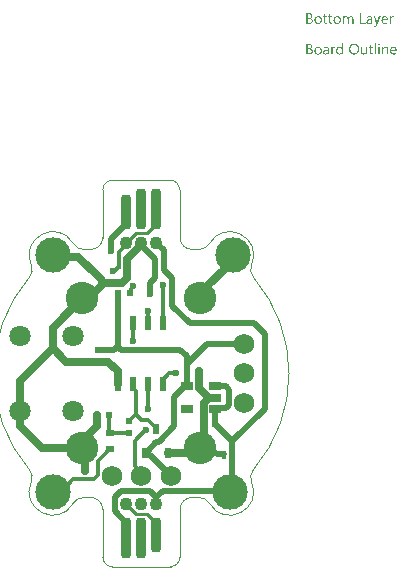
<source format=gbl>
G04*
G04 #@! TF.GenerationSoftware,Altium Limited,Altium Designer,21.9.2 (33)*
G04*
G04 Layer_Physical_Order=2*
G04 Layer_Color=16711680*
%FSAX25Y25*%
%MOIN*%
G70*
G04*
G04 #@! TF.SameCoordinates,068316DF-13B4-460B-9515-79FEAC0EB225*
G04*
G04*
G04 #@! TF.FilePolarity,Positive*
G04*
G01*
G75*
%ADD10C,0.00394*%
%ADD22C,0.02756*%
%ADD23C,0.01181*%
%ADD24C,0.01968*%
%ADD25C,0.06890*%
%ADD26C,0.10827*%
%ADD27C,0.07087*%
%ADD28C,0.11811*%
%ADD29C,0.02362*%
%ADD30R,0.02165X0.04921*%
G04:AMPARAMS|DCode=31|XSize=35.43mil|YSize=135.83mil|CornerRadius=13.82mil|HoleSize=0mil|Usage=FLASHONLY|Rotation=0.000|XOffset=0mil|YOffset=0mil|HoleType=Round|Shape=RoundedRectangle|*
%AMROUNDEDRECTD31*
21,1,0.03543,0.10819,0,0,0.0*
21,1,0.00780,0.13583,0,0,0.0*
1,1,0.02764,0.00390,-0.05409*
1,1,0.02764,-0.00390,-0.05409*
1,1,0.02764,-0.00390,0.05409*
1,1,0.02764,0.00390,0.05409*
%
%ADD31ROUNDEDRECTD31*%
G04:AMPARAMS|DCode=32|XSize=35.43mil|YSize=116.14mil|CornerRadius=13.82mil|HoleSize=0mil|Usage=FLASHONLY|Rotation=0.000|XOffset=0mil|YOffset=0mil|HoleType=Round|Shape=RoundedRectangle|*
%AMROUNDEDRECTD32*
21,1,0.03543,0.08850,0,0,0.0*
21,1,0.00780,0.11614,0,0,0.0*
1,1,0.02764,0.00390,-0.04425*
1,1,0.02764,-0.00390,-0.04425*
1,1,0.02764,-0.00390,0.04425*
1,1,0.02764,0.00390,0.04425*
%
%ADD32ROUNDEDRECTD32*%
%ADD33R,0.02362X0.03543*%
%ADD34R,0.02756X0.01575*%
%ADD35R,0.01575X0.02756*%
%ADD36R,0.03937X0.02756*%
%ADD37R,0.01968X0.02165*%
%ADD38R,0.01968X0.02165*%
%ADD39R,0.02165X0.01968*%
%ADD40R,0.03150X0.02362*%
%ADD41R,0.02165X0.01968*%
%ADD42C,0.00787*%
%ADD43C,0.00984*%
%ADD44C,0.04331*%
G36*
X0069956Y0119099D02*
X0070012Y0119087D01*
X0070074Y0119074D01*
X0070142Y0119050D01*
X0070222Y0119019D01*
X0070297Y0118975D01*
X0070377Y0118926D01*
X0070451Y0118858D01*
X0070519Y0118771D01*
X0070581Y0118672D01*
X0070637Y0118561D01*
X0070674Y0118418D01*
X0070705Y0118264D01*
X0070711Y0118084D01*
Y0116537D01*
X0070309D01*
Y0117979D01*
Y0117985D01*
Y0117998D01*
Y0118016D01*
Y0118047D01*
X0070303Y0118121D01*
X0070290Y0118208D01*
X0070278Y0118307D01*
X0070253Y0118406D01*
X0070222Y0118499D01*
X0070179Y0118579D01*
X0070173Y0118586D01*
X0070154Y0118610D01*
X0070123Y0118641D01*
X0070074Y0118672D01*
X0070018Y0118709D01*
X0069944Y0118734D01*
X0069851Y0118759D01*
X0069746Y0118765D01*
X0069733D01*
X0069702Y0118759D01*
X0069653Y0118753D01*
X0069591Y0118734D01*
X0069523Y0118709D01*
X0069449Y0118666D01*
X0069374Y0118610D01*
X0069306Y0118530D01*
X0069300Y0118517D01*
X0069281Y0118486D01*
X0069251Y0118437D01*
X0069220Y0118369D01*
X0069182Y0118288D01*
X0069158Y0118196D01*
X0069133Y0118084D01*
X0069127Y0117966D01*
Y0116537D01*
X0068724D01*
Y0118028D01*
Y0118035D01*
Y0118059D01*
X0068718Y0118096D01*
Y0118146D01*
X0068706Y0118202D01*
X0068693Y0118264D01*
X0068675Y0118325D01*
X0068656Y0118400D01*
X0068625Y0118468D01*
X0068588Y0118530D01*
X0068539Y0118592D01*
X0068483Y0118647D01*
X0068421Y0118697D01*
X0068341Y0118734D01*
X0068254Y0118759D01*
X0068155Y0118765D01*
X0068142D01*
X0068111Y0118759D01*
X0068062Y0118753D01*
X0068000Y0118740D01*
X0067932Y0118709D01*
X0067858Y0118672D01*
X0067783Y0118616D01*
X0067715Y0118542D01*
X0067709Y0118530D01*
X0067691Y0118505D01*
X0067660Y0118456D01*
X0067629Y0118387D01*
X0067598Y0118307D01*
X0067567Y0118208D01*
X0067548Y0118096D01*
X0067542Y0117966D01*
Y0116537D01*
X0067140D01*
Y0119050D01*
X0067542D01*
Y0118647D01*
X0067554D01*
X0067561Y0118654D01*
X0067567Y0118666D01*
X0067585Y0118691D01*
X0067604Y0118722D01*
X0067666Y0118790D01*
X0067752Y0118876D01*
X0067864Y0118963D01*
X0067994Y0119031D01*
X0068074Y0119062D01*
X0068155Y0119087D01*
X0068242Y0119099D01*
X0068334Y0119106D01*
X0068378D01*
X0068427Y0119099D01*
X0068489Y0119087D01*
X0068557Y0119068D01*
X0068632Y0119044D01*
X0068706Y0119013D01*
X0068780Y0118963D01*
X0068786Y0118957D01*
X0068811Y0118938D01*
X0068842Y0118907D01*
X0068885Y0118864D01*
X0068929Y0118808D01*
X0068972Y0118746D01*
X0069015Y0118672D01*
X0069046Y0118586D01*
X0069052Y0118592D01*
X0069059Y0118610D01*
X0069077Y0118635D01*
X0069096Y0118666D01*
X0069127Y0118709D01*
X0069164Y0118753D01*
X0069207Y0118796D01*
X0069257Y0118845D01*
X0069312Y0118895D01*
X0069374Y0118938D01*
X0069442Y0118988D01*
X0069517Y0119025D01*
X0069597Y0119056D01*
X0069684Y0119081D01*
X0069783Y0119099D01*
X0069882Y0119106D01*
X0069919D01*
X0069956Y0119099D01*
D02*
G37*
G36*
X0083989Y0119087D02*
X0084063Y0119081D01*
X0084106Y0119068D01*
X0084137Y0119056D01*
Y0118641D01*
X0084131Y0118647D01*
X0084119Y0118654D01*
X0084094Y0118666D01*
X0084063Y0118685D01*
X0084020Y0118697D01*
X0083964Y0118709D01*
X0083902Y0118716D01*
X0083834Y0118722D01*
X0083822D01*
X0083791Y0118716D01*
X0083741Y0118709D01*
X0083686Y0118691D01*
X0083611Y0118660D01*
X0083543Y0118616D01*
X0083469Y0118555D01*
X0083401Y0118474D01*
X0083395Y0118462D01*
X0083376Y0118431D01*
X0083345Y0118375D01*
X0083314Y0118301D01*
X0083283Y0118208D01*
X0083252Y0118090D01*
X0083234Y0117960D01*
X0083227Y0117812D01*
Y0116537D01*
X0082825D01*
Y0119050D01*
X0083227D01*
Y0118530D01*
X0083240D01*
Y0118536D01*
X0083246Y0118542D01*
X0083258Y0118573D01*
X0083277Y0118623D01*
X0083308Y0118685D01*
X0083339Y0118746D01*
X0083389Y0118815D01*
X0083438Y0118883D01*
X0083500Y0118945D01*
X0083506Y0118951D01*
X0083531Y0118969D01*
X0083568Y0118994D01*
X0083618Y0119019D01*
X0083673Y0119044D01*
X0083741Y0119068D01*
X0083816Y0119087D01*
X0083896Y0119093D01*
X0083952D01*
X0083989Y0119087D01*
D02*
G37*
G36*
X0078610Y0116134D02*
X0078604Y0116128D01*
X0078597Y0116103D01*
X0078579Y0116060D01*
X0078554Y0116010D01*
X0078523Y0115955D01*
X0078480Y0115887D01*
X0078436Y0115819D01*
X0078387Y0115744D01*
X0078325Y0115670D01*
X0078263Y0115602D01*
X0078189Y0115534D01*
X0078108Y0115478D01*
X0078028Y0115429D01*
X0077935Y0115385D01*
X0077842Y0115360D01*
X0077737Y0115354D01*
X0077681D01*
X0077644Y0115360D01*
X0077564Y0115373D01*
X0077477Y0115392D01*
Y0115751D01*
X0077483D01*
X0077502Y0115744D01*
X0077526Y0115738D01*
X0077557Y0115732D01*
X0077632Y0115713D01*
X0077712Y0115707D01*
X0077725D01*
X0077762Y0115713D01*
X0077817Y0115726D01*
X0077886Y0115751D01*
X0077960Y0115794D01*
X0077997Y0115825D01*
X0078034Y0115862D01*
X0078071Y0115899D01*
X0078108Y0115949D01*
X0078139Y0116004D01*
X0078170Y0116066D01*
X0078375Y0116537D01*
X0077390Y0119050D01*
X0077836D01*
X0078517Y0117112D01*
Y0117106D01*
X0078523Y0117094D01*
X0078529Y0117075D01*
X0078535Y0117050D01*
X0078542Y0117013D01*
X0078554Y0116976D01*
X0078566Y0116920D01*
X0078585D01*
Y0116933D01*
X0078597Y0116970D01*
X0078610Y0117026D01*
X0078635Y0117106D01*
X0079346Y0119050D01*
X0079761D01*
X0078610Y0116134D01*
D02*
G37*
G36*
X0076202Y0119099D02*
X0076258Y0119093D01*
X0076326Y0119074D01*
X0076400Y0119056D01*
X0076480Y0119025D01*
X0076567Y0118988D01*
X0076648Y0118938D01*
X0076728Y0118876D01*
X0076802Y0118802D01*
X0076870Y0118709D01*
X0076926Y0118604D01*
X0076969Y0118480D01*
X0076994Y0118338D01*
X0077007Y0118171D01*
Y0116537D01*
X0076604D01*
Y0116927D01*
X0076592D01*
Y0116920D01*
X0076579Y0116908D01*
X0076567Y0116883D01*
X0076542Y0116858D01*
X0076480Y0116784D01*
X0076400Y0116704D01*
X0076288Y0116623D01*
X0076158Y0116549D01*
X0076078Y0116524D01*
X0075998Y0116499D01*
X0075911Y0116487D01*
X0075818Y0116481D01*
X0075781D01*
X0075756Y0116487D01*
X0075688Y0116493D01*
X0075608Y0116506D01*
X0075509Y0116530D01*
X0075416Y0116561D01*
X0075317Y0116611D01*
X0075230Y0116673D01*
X0075224Y0116685D01*
X0075199Y0116710D01*
X0075162Y0116753D01*
X0075125Y0116815D01*
X0075088Y0116890D01*
X0075050Y0116976D01*
X0075026Y0117081D01*
X0075020Y0117199D01*
Y0117205D01*
Y0117230D01*
X0075026Y0117267D01*
X0075032Y0117310D01*
X0075044Y0117366D01*
X0075063Y0117428D01*
X0075088Y0117496D01*
X0075125Y0117564D01*
X0075168Y0117638D01*
X0075224Y0117713D01*
X0075292Y0117781D01*
X0075372Y0117843D01*
X0075465Y0117905D01*
X0075577Y0117954D01*
X0075700Y0117991D01*
X0075849Y0118022D01*
X0076604Y0118128D01*
Y0118134D01*
Y0118152D01*
X0076598Y0118189D01*
Y0118227D01*
X0076586Y0118276D01*
X0076579Y0118332D01*
X0076542Y0118449D01*
X0076511Y0118505D01*
X0076480Y0118561D01*
X0076437Y0118616D01*
X0076388Y0118666D01*
X0076326Y0118709D01*
X0076258Y0118740D01*
X0076177Y0118759D01*
X0076084Y0118765D01*
X0076041D01*
X0076010Y0118759D01*
X0075967D01*
X0075923Y0118746D01*
X0075812Y0118728D01*
X0075688Y0118691D01*
X0075552Y0118635D01*
X0075478Y0118598D01*
X0075410Y0118561D01*
X0075335Y0118511D01*
X0075267Y0118456D01*
Y0118870D01*
X0075273D01*
X0075286Y0118883D01*
X0075304Y0118895D01*
X0075335Y0118907D01*
X0075366Y0118926D01*
X0075410Y0118945D01*
X0075459Y0118963D01*
X0075515Y0118988D01*
X0075639Y0119031D01*
X0075787Y0119068D01*
X0075948Y0119093D01*
X0076121Y0119106D01*
X0076158D01*
X0076202Y0119099D01*
D02*
G37*
G36*
X0073311Y0116908D02*
X0074722D01*
Y0116537D01*
X0072896D01*
Y0120053D01*
X0073311D01*
Y0116908D01*
D02*
G37*
G36*
X0056097Y0120046D02*
X0056140D01*
X0056183Y0120040D01*
X0056282Y0120028D01*
X0056400Y0119997D01*
X0056524Y0119960D01*
X0056642Y0119904D01*
X0056747Y0119830D01*
X0056753D01*
X0056759Y0119817D01*
X0056790Y0119793D01*
X0056833Y0119743D01*
X0056883Y0119675D01*
X0056926Y0119588D01*
X0056969Y0119489D01*
X0057000Y0119378D01*
X0057013Y0119316D01*
Y0119248D01*
Y0119242D01*
Y0119236D01*
Y0119198D01*
X0057007Y0119143D01*
X0056994Y0119074D01*
X0056976Y0118988D01*
X0056945Y0118901D01*
X0056908Y0118815D01*
X0056852Y0118728D01*
X0056846Y0118716D01*
X0056821Y0118691D01*
X0056784Y0118654D01*
X0056734Y0118604D01*
X0056672Y0118555D01*
X0056598Y0118499D01*
X0056505Y0118456D01*
X0056406Y0118412D01*
Y0118406D01*
X0056425D01*
X0056443Y0118400D01*
X0056462Y0118394D01*
X0056530Y0118381D01*
X0056611Y0118357D01*
X0056697Y0118319D01*
X0056790Y0118276D01*
X0056883Y0118214D01*
X0056969Y0118134D01*
X0056982Y0118121D01*
X0057007Y0118090D01*
X0057038Y0118047D01*
X0057081Y0117979D01*
X0057118Y0117892D01*
X0057155Y0117793D01*
X0057180Y0117676D01*
X0057186Y0117546D01*
Y0117539D01*
Y0117527D01*
Y0117502D01*
X0057180Y0117471D01*
X0057174Y0117434D01*
X0057168Y0117391D01*
X0057143Y0117286D01*
X0057106Y0117168D01*
X0057050Y0117044D01*
X0057013Y0116989D01*
X0056969Y0116927D01*
X0056914Y0116871D01*
X0056858Y0116815D01*
X0056852D01*
X0056846Y0116803D01*
X0056827Y0116790D01*
X0056802Y0116772D01*
X0056771Y0116753D01*
X0056728Y0116728D01*
X0056635Y0116679D01*
X0056518Y0116623D01*
X0056381Y0116580D01*
X0056221Y0116549D01*
X0056140Y0116543D01*
X0056047Y0116537D01*
X0055020D01*
Y0120053D01*
X0056066D01*
X0056097Y0120046D01*
D02*
G37*
G36*
X0063023Y0119050D02*
X0063661D01*
Y0118703D01*
X0063023D01*
Y0117286D01*
Y0117273D01*
Y0117242D01*
X0063029Y0117199D01*
X0063036Y0117143D01*
X0063060Y0117026D01*
X0063079Y0116970D01*
X0063110Y0116927D01*
X0063116Y0116920D01*
X0063129Y0116908D01*
X0063147Y0116896D01*
X0063178Y0116877D01*
X0063215Y0116852D01*
X0063265Y0116840D01*
X0063327Y0116828D01*
X0063395Y0116821D01*
X0063420D01*
X0063450Y0116828D01*
X0063488Y0116834D01*
X0063574Y0116858D01*
X0063618Y0116877D01*
X0063661Y0116902D01*
Y0116555D01*
X0063655D01*
X0063636Y0116543D01*
X0063605Y0116537D01*
X0063562Y0116524D01*
X0063506Y0116512D01*
X0063444Y0116499D01*
X0063370Y0116493D01*
X0063283Y0116487D01*
X0063252D01*
X0063221Y0116493D01*
X0063178Y0116499D01*
X0063129Y0116512D01*
X0063073Y0116524D01*
X0063017Y0116549D01*
X0062955Y0116580D01*
X0062893Y0116617D01*
X0062831Y0116667D01*
X0062776Y0116722D01*
X0062726Y0116797D01*
X0062683Y0116877D01*
X0062652Y0116976D01*
X0062627Y0117087D01*
X0062621Y0117218D01*
Y0118703D01*
X0062194D01*
Y0119050D01*
X0062621D01*
Y0119663D01*
X0063023Y0119793D01*
Y0119050D01*
D02*
G37*
G36*
X0061321D02*
X0061959D01*
Y0118703D01*
X0061321D01*
Y0117286D01*
Y0117273D01*
Y0117242D01*
X0061327Y0117199D01*
X0061334Y0117143D01*
X0061358Y0117026D01*
X0061377Y0116970D01*
X0061408Y0116927D01*
X0061414Y0116920D01*
X0061426Y0116908D01*
X0061445Y0116896D01*
X0061476Y0116877D01*
X0061513Y0116852D01*
X0061563Y0116840D01*
X0061624Y0116828D01*
X0061693Y0116821D01*
X0061717D01*
X0061748Y0116828D01*
X0061785Y0116834D01*
X0061872Y0116858D01*
X0061915Y0116877D01*
X0061959Y0116902D01*
Y0116555D01*
X0061953D01*
X0061934Y0116543D01*
X0061903Y0116537D01*
X0061860Y0116524D01*
X0061804Y0116512D01*
X0061742Y0116499D01*
X0061668Y0116493D01*
X0061581Y0116487D01*
X0061550D01*
X0061519Y0116493D01*
X0061476Y0116499D01*
X0061426Y0116512D01*
X0061371Y0116524D01*
X0061315Y0116549D01*
X0061253Y0116580D01*
X0061191Y0116617D01*
X0061129Y0116667D01*
X0061073Y0116722D01*
X0061024Y0116797D01*
X0060981Y0116877D01*
X0060950Y0116976D01*
X0060925Y0117087D01*
X0060919Y0117218D01*
Y0118703D01*
X0060492D01*
Y0119050D01*
X0060919D01*
Y0119663D01*
X0061321Y0119793D01*
Y0119050D01*
D02*
G37*
G36*
X0081265Y0119099D02*
X0081309Y0119093D01*
X0081352Y0119087D01*
X0081463Y0119068D01*
X0081587Y0119025D01*
X0081711Y0118969D01*
X0081773Y0118932D01*
X0081835Y0118889D01*
X0081890Y0118839D01*
X0081946Y0118784D01*
X0081952Y0118777D01*
X0081959Y0118771D01*
X0081971Y0118753D01*
X0081990Y0118728D01*
X0082008Y0118691D01*
X0082033Y0118654D01*
X0082058Y0118610D01*
X0082082Y0118555D01*
X0082107Y0118493D01*
X0082132Y0118431D01*
X0082157Y0118357D01*
X0082175Y0118276D01*
X0082194Y0118189D01*
X0082206Y0118103D01*
X0082219Y0118004D01*
Y0117898D01*
Y0117688D01*
X0080442D01*
Y0117682D01*
Y0117669D01*
Y0117651D01*
X0080448Y0117620D01*
X0080454Y0117583D01*
Y0117546D01*
X0080473Y0117447D01*
X0080504Y0117348D01*
X0080541Y0117236D01*
X0080597Y0117131D01*
X0080665Y0117038D01*
X0080677Y0117026D01*
X0080702Y0117001D01*
X0080752Y0116970D01*
X0080820Y0116927D01*
X0080906Y0116883D01*
X0081005Y0116852D01*
X0081123Y0116828D01*
X0081259Y0116815D01*
X0081302D01*
X0081333Y0116821D01*
X0081371D01*
X0081414Y0116828D01*
X0081519Y0116852D01*
X0081637Y0116883D01*
X0081767Y0116933D01*
X0081903Y0117001D01*
X0081971Y0117044D01*
X0082039Y0117094D01*
Y0116716D01*
X0082033D01*
X0082027Y0116704D01*
X0082008Y0116698D01*
X0081977Y0116679D01*
X0081946Y0116660D01*
X0081909Y0116642D01*
X0081859Y0116623D01*
X0081810Y0116598D01*
X0081748Y0116574D01*
X0081680Y0116555D01*
X0081532Y0116518D01*
X0081358Y0116493D01*
X0081166Y0116481D01*
X0081117D01*
X0081080Y0116487D01*
X0081036Y0116493D01*
X0080981Y0116499D01*
X0080863Y0116524D01*
X0080727Y0116561D01*
X0080591Y0116623D01*
X0080523Y0116667D01*
X0080454Y0116710D01*
X0080392Y0116760D01*
X0080331Y0116821D01*
X0080324Y0116828D01*
X0080318Y0116840D01*
X0080306Y0116858D01*
X0080281Y0116883D01*
X0080263Y0116920D01*
X0080238Y0116964D01*
X0080207Y0117013D01*
X0080182Y0117069D01*
X0080151Y0117131D01*
X0080126Y0117205D01*
X0080095Y0117286D01*
X0080077Y0117372D01*
X0080058Y0117465D01*
X0080040Y0117564D01*
X0080033Y0117669D01*
X0080027Y0117781D01*
Y0117787D01*
Y0117806D01*
Y0117836D01*
X0080033Y0117880D01*
X0080040Y0117929D01*
X0080046Y0117985D01*
X0080052Y0118053D01*
X0080071Y0118121D01*
X0080108Y0118270D01*
X0080164Y0118431D01*
X0080201Y0118511D01*
X0080250Y0118586D01*
X0080300Y0118666D01*
X0080355Y0118734D01*
X0080361Y0118740D01*
X0080374Y0118753D01*
X0080392Y0118771D01*
X0080417Y0118790D01*
X0080448Y0118821D01*
X0080485Y0118852D01*
X0080535Y0118883D01*
X0080584Y0118920D01*
X0080702Y0118988D01*
X0080844Y0119050D01*
X0080925Y0119068D01*
X0081005Y0119087D01*
X0081092Y0119099D01*
X0081185Y0119106D01*
X0081234D01*
X0081265Y0119099D01*
D02*
G37*
G36*
X0065400D02*
X0065444Y0119093D01*
X0065499Y0119087D01*
X0065623Y0119062D01*
X0065766Y0119019D01*
X0065908Y0118957D01*
X0065982Y0118920D01*
X0066050Y0118876D01*
X0066118Y0118821D01*
X0066180Y0118759D01*
X0066186Y0118753D01*
X0066193Y0118740D01*
X0066211Y0118722D01*
X0066230Y0118697D01*
X0066255Y0118660D01*
X0066279Y0118616D01*
X0066310Y0118567D01*
X0066341Y0118511D01*
X0066366Y0118443D01*
X0066397Y0118375D01*
X0066422Y0118295D01*
X0066446Y0118208D01*
X0066465Y0118115D01*
X0066484Y0118016D01*
X0066490Y0117911D01*
X0066496Y0117799D01*
Y0117793D01*
Y0117775D01*
Y0117744D01*
X0066490Y0117700D01*
X0066484Y0117651D01*
X0066477Y0117589D01*
X0066465Y0117527D01*
X0066453Y0117453D01*
X0066416Y0117304D01*
X0066354Y0117143D01*
X0066316Y0117063D01*
X0066267Y0116982D01*
X0066217Y0116908D01*
X0066155Y0116840D01*
X0066149Y0116834D01*
X0066137Y0116828D01*
X0066118Y0116809D01*
X0066094Y0116784D01*
X0066057Y0116760D01*
X0066019Y0116728D01*
X0065970Y0116691D01*
X0065914Y0116660D01*
X0065852Y0116630D01*
X0065784Y0116592D01*
X0065710Y0116561D01*
X0065629Y0116537D01*
X0065543Y0116512D01*
X0065450Y0116499D01*
X0065351Y0116487D01*
X0065246Y0116481D01*
X0065190D01*
X0065153Y0116487D01*
X0065109Y0116493D01*
X0065054Y0116499D01*
X0064992Y0116512D01*
X0064924Y0116524D01*
X0064781Y0116568D01*
X0064633Y0116630D01*
X0064559Y0116667D01*
X0064490Y0116716D01*
X0064422Y0116766D01*
X0064354Y0116828D01*
X0064348Y0116834D01*
X0064342Y0116846D01*
X0064323Y0116865D01*
X0064305Y0116890D01*
X0064280Y0116927D01*
X0064249Y0116970D01*
X0064218Y0117019D01*
X0064193Y0117075D01*
X0064162Y0117143D01*
X0064131Y0117211D01*
X0064100Y0117286D01*
X0064076Y0117372D01*
X0064038Y0117558D01*
X0064032Y0117657D01*
X0064026Y0117762D01*
Y0117768D01*
Y0117793D01*
Y0117824D01*
X0064032Y0117868D01*
X0064038Y0117917D01*
X0064045Y0117979D01*
X0064057Y0118047D01*
X0064069Y0118121D01*
X0064107Y0118282D01*
X0064169Y0118443D01*
X0064212Y0118524D01*
X0064255Y0118604D01*
X0064305Y0118678D01*
X0064367Y0118746D01*
X0064373Y0118753D01*
X0064385Y0118765D01*
X0064404Y0118777D01*
X0064429Y0118802D01*
X0064466Y0118827D01*
X0064509Y0118858D01*
X0064559Y0118895D01*
X0064614Y0118926D01*
X0064676Y0118957D01*
X0064750Y0118994D01*
X0064825Y0119025D01*
X0064911Y0119050D01*
X0064998Y0119074D01*
X0065097Y0119093D01*
X0065202Y0119099D01*
X0065307Y0119106D01*
X0065363D01*
X0065400Y0119099D01*
D02*
G37*
G36*
X0059049D02*
X0059093Y0119093D01*
X0059148Y0119087D01*
X0059272Y0119062D01*
X0059415Y0119019D01*
X0059557Y0118957D01*
X0059631Y0118920D01*
X0059699Y0118876D01*
X0059767Y0118821D01*
X0059829Y0118759D01*
X0059835Y0118753D01*
X0059842Y0118740D01*
X0059860Y0118722D01*
X0059879Y0118697D01*
X0059904Y0118660D01*
X0059928Y0118616D01*
X0059959Y0118567D01*
X0059990Y0118511D01*
X0060015Y0118443D01*
X0060046Y0118375D01*
X0060071Y0118295D01*
X0060096Y0118208D01*
X0060114Y0118115D01*
X0060133Y0118016D01*
X0060139Y0117911D01*
X0060145Y0117799D01*
Y0117793D01*
Y0117775D01*
Y0117744D01*
X0060139Y0117700D01*
X0060133Y0117651D01*
X0060126Y0117589D01*
X0060114Y0117527D01*
X0060102Y0117453D01*
X0060065Y0117304D01*
X0060003Y0117143D01*
X0059965Y0117063D01*
X0059916Y0116982D01*
X0059866Y0116908D01*
X0059805Y0116840D01*
X0059798Y0116834D01*
X0059786Y0116828D01*
X0059767Y0116809D01*
X0059743Y0116784D01*
X0059706Y0116760D01*
X0059668Y0116728D01*
X0059619Y0116691D01*
X0059563Y0116660D01*
X0059501Y0116630D01*
X0059433Y0116592D01*
X0059359Y0116561D01*
X0059278Y0116537D01*
X0059192Y0116512D01*
X0059099Y0116499D01*
X0059000Y0116487D01*
X0058895Y0116481D01*
X0058839D01*
X0058802Y0116487D01*
X0058758Y0116493D01*
X0058703Y0116499D01*
X0058641Y0116512D01*
X0058573Y0116524D01*
X0058430Y0116568D01*
X0058282Y0116630D01*
X0058207Y0116667D01*
X0058139Y0116716D01*
X0058071Y0116766D01*
X0058003Y0116828D01*
X0057997Y0116834D01*
X0057991Y0116846D01*
X0057972Y0116865D01*
X0057954Y0116890D01*
X0057929Y0116927D01*
X0057898Y0116970D01*
X0057867Y0117019D01*
X0057842Y0117075D01*
X0057811Y0117143D01*
X0057780Y0117211D01*
X0057749Y0117286D01*
X0057725Y0117372D01*
X0057688Y0117558D01*
X0057681Y0117657D01*
X0057675Y0117762D01*
Y0117768D01*
Y0117793D01*
Y0117824D01*
X0057681Y0117868D01*
X0057688Y0117917D01*
X0057694Y0117979D01*
X0057706Y0118047D01*
X0057718Y0118121D01*
X0057756Y0118282D01*
X0057818Y0118443D01*
X0057861Y0118524D01*
X0057904Y0118604D01*
X0057954Y0118678D01*
X0058016Y0118746D01*
X0058022Y0118753D01*
X0058034Y0118765D01*
X0058053Y0118777D01*
X0058078Y0118802D01*
X0058115Y0118827D01*
X0058158Y0118858D01*
X0058207Y0118895D01*
X0058263Y0118926D01*
X0058325Y0118957D01*
X0058399Y0118994D01*
X0058474Y0119025D01*
X0058560Y0119050D01*
X0058647Y0119074D01*
X0058746Y0119093D01*
X0058851Y0119099D01*
X0058956Y0119106D01*
X0059012D01*
X0059049Y0119099D01*
D02*
G37*
G36*
X0079229Y0110019D02*
X0079254D01*
X0079309Y0109995D01*
X0079340Y0109976D01*
X0079371Y0109951D01*
X0079377Y0109945D01*
X0079383Y0109939D01*
X0079414Y0109902D01*
X0079439Y0109840D01*
X0079445Y0109803D01*
X0079452Y0109766D01*
Y0109759D01*
Y0109747D01*
X0079445Y0109729D01*
X0079439Y0109704D01*
X0079421Y0109642D01*
X0079396Y0109611D01*
X0079371Y0109580D01*
X0079365D01*
X0079359Y0109567D01*
X0079322Y0109543D01*
X0079266Y0109518D01*
X0079229Y0109512D01*
X0079192Y0109506D01*
X0079173D01*
X0079154Y0109512D01*
X0079130D01*
X0079068Y0109537D01*
X0079037Y0109549D01*
X0079006Y0109574D01*
Y0109580D01*
X0078994Y0109586D01*
X0078981Y0109605D01*
X0078969Y0109623D01*
X0078944Y0109685D01*
X0078938Y0109722D01*
X0078932Y0109766D01*
Y0109772D01*
Y0109784D01*
X0078938Y0109803D01*
X0078944Y0109834D01*
X0078963Y0109889D01*
X0078981Y0109920D01*
X0079006Y0109951D01*
X0079012Y0109958D01*
X0079018Y0109964D01*
X0079056Y0109988D01*
X0079117Y0110013D01*
X0079154Y0110026D01*
X0079210D01*
X0079229Y0110019D01*
D02*
G37*
G36*
X0067239Y0106355D02*
X0066836D01*
Y0106776D01*
X0066824D01*
Y0106770D01*
X0066812Y0106757D01*
X0066793Y0106732D01*
X0066774Y0106702D01*
X0066744Y0106664D01*
X0066706Y0106627D01*
X0066663Y0106584D01*
X0066614Y0106541D01*
X0066558Y0106491D01*
X0066490Y0106448D01*
X0066422Y0106411D01*
X0066341Y0106374D01*
X0066261Y0106343D01*
X0066168Y0106318D01*
X0066069Y0106305D01*
X0065964Y0106299D01*
X0065920D01*
X0065883Y0106305D01*
X0065846Y0106312D01*
X0065797Y0106318D01*
X0065691Y0106343D01*
X0065567Y0106380D01*
X0065444Y0106442D01*
X0065376Y0106479D01*
X0065320Y0106522D01*
X0065258Y0106578D01*
X0065202Y0106633D01*
Y0106640D01*
X0065190Y0106652D01*
X0065178Y0106671D01*
X0065159Y0106695D01*
X0065140Y0106726D01*
X0065116Y0106770D01*
X0065091Y0106819D01*
X0065066Y0106875D01*
X0065035Y0106937D01*
X0065010Y0107005D01*
X0064986Y0107079D01*
X0064967Y0107160D01*
X0064948Y0107246D01*
X0064936Y0107345D01*
X0064930Y0107444D01*
X0064924Y0107550D01*
Y0107556D01*
Y0107574D01*
Y0107612D01*
X0064930Y0107655D01*
X0064936Y0107704D01*
X0064942Y0107766D01*
X0064948Y0107834D01*
X0064961Y0107909D01*
X0064998Y0108070D01*
X0065054Y0108237D01*
X0065091Y0108317D01*
X0065134Y0108398D01*
X0065178Y0108472D01*
X0065233Y0108546D01*
X0065239Y0108552D01*
X0065246Y0108565D01*
X0065264Y0108583D01*
X0065289Y0108608D01*
X0065320Y0108633D01*
X0065363Y0108664D01*
X0065407Y0108701D01*
X0065456Y0108738D01*
X0065580Y0108806D01*
X0065722Y0108868D01*
X0065803Y0108887D01*
X0065889Y0108905D01*
X0065976Y0108918D01*
X0066075Y0108924D01*
X0066124D01*
X0066162Y0108918D01*
X0066199Y0108911D01*
X0066248Y0108905D01*
X0066360Y0108874D01*
X0066484Y0108825D01*
X0066545Y0108794D01*
X0066607Y0108750D01*
X0066669Y0108707D01*
X0066725Y0108651D01*
X0066774Y0108589D01*
X0066824Y0108515D01*
X0066836D01*
Y0110075D01*
X0067239D01*
Y0106355D01*
D02*
G37*
G36*
X0081507Y0108918D02*
X0081581Y0108911D01*
X0081674Y0108893D01*
X0081773Y0108862D01*
X0081878Y0108812D01*
X0081983Y0108744D01*
X0082027Y0108707D01*
X0082070Y0108658D01*
X0082082Y0108645D01*
X0082107Y0108608D01*
X0082138Y0108546D01*
X0082181Y0108459D01*
X0082219Y0108354D01*
X0082256Y0108224D01*
X0082280Y0108070D01*
X0082287Y0107890D01*
Y0106355D01*
X0081884D01*
Y0107785D01*
Y0107791D01*
Y0107822D01*
X0081878Y0107859D01*
Y0107909D01*
X0081866Y0107970D01*
X0081853Y0108039D01*
X0081835Y0108113D01*
X0081810Y0108187D01*
X0081779Y0108261D01*
X0081742Y0108329D01*
X0081692Y0108398D01*
X0081637Y0108459D01*
X0081575Y0108509D01*
X0081494Y0108546D01*
X0081408Y0108577D01*
X0081302Y0108583D01*
X0081290D01*
X0081253Y0108577D01*
X0081197Y0108571D01*
X0081129Y0108552D01*
X0081049Y0108528D01*
X0080962Y0108484D01*
X0080882Y0108429D01*
X0080801Y0108354D01*
X0080795Y0108342D01*
X0080770Y0108317D01*
X0080739Y0108268D01*
X0080702Y0108200D01*
X0080665Y0108119D01*
X0080634Y0108020D01*
X0080609Y0107909D01*
X0080603Y0107785D01*
Y0106355D01*
X0080201D01*
Y0108868D01*
X0080603D01*
Y0108447D01*
X0080615D01*
X0080621Y0108453D01*
X0080628Y0108466D01*
X0080646Y0108491D01*
X0080671Y0108521D01*
X0080696Y0108559D01*
X0080733Y0108596D01*
X0080776Y0108639D01*
X0080826Y0108689D01*
X0080882Y0108732D01*
X0080943Y0108775D01*
X0081011Y0108812D01*
X0081086Y0108850D01*
X0081160Y0108880D01*
X0081247Y0108905D01*
X0081340Y0108918D01*
X0081439Y0108924D01*
X0081476D01*
X0081507Y0108918D01*
D02*
G37*
G36*
X0064509Y0108905D02*
X0064583Y0108899D01*
X0064627Y0108887D01*
X0064657Y0108874D01*
Y0108459D01*
X0064651Y0108466D01*
X0064639Y0108472D01*
X0064614Y0108484D01*
X0064583Y0108503D01*
X0064540Y0108515D01*
X0064484Y0108528D01*
X0064422Y0108534D01*
X0064354Y0108540D01*
X0064342D01*
X0064311Y0108534D01*
X0064261Y0108528D01*
X0064206Y0108509D01*
X0064131Y0108478D01*
X0064063Y0108435D01*
X0063989Y0108373D01*
X0063921Y0108292D01*
X0063915Y0108280D01*
X0063896Y0108249D01*
X0063865Y0108193D01*
X0063834Y0108119D01*
X0063803Y0108026D01*
X0063772Y0107909D01*
X0063754Y0107779D01*
X0063748Y0107630D01*
Y0106355D01*
X0063345D01*
Y0108868D01*
X0063748D01*
Y0108348D01*
X0063760D01*
Y0108354D01*
X0063766Y0108361D01*
X0063779Y0108391D01*
X0063797Y0108441D01*
X0063828Y0108503D01*
X0063859Y0108565D01*
X0063908Y0108633D01*
X0063958Y0108701D01*
X0064020Y0108763D01*
X0064026Y0108769D01*
X0064051Y0108788D01*
X0064088Y0108812D01*
X0064138Y0108837D01*
X0064193Y0108862D01*
X0064261Y0108887D01*
X0064336Y0108905D01*
X0064416Y0108911D01*
X0064472D01*
X0064509Y0108905D01*
D02*
G37*
G36*
X0075249Y0106355D02*
X0074846D01*
Y0106751D01*
X0074834D01*
Y0106745D01*
X0074822Y0106732D01*
X0074809Y0106708D01*
X0074784Y0106683D01*
X0074729Y0106609D01*
X0074642Y0106528D01*
X0074593Y0106485D01*
X0074537Y0106442D01*
X0074475Y0106404D01*
X0074401Y0106367D01*
X0074326Y0106343D01*
X0074246Y0106318D01*
X0074153Y0106305D01*
X0074060Y0106299D01*
X0074023D01*
X0073980Y0106305D01*
X0073918Y0106318D01*
X0073850Y0106330D01*
X0073775Y0106355D01*
X0073695Y0106386D01*
X0073614Y0106435D01*
X0073528Y0106491D01*
X0073447Y0106559D01*
X0073373Y0106646D01*
X0073305Y0106751D01*
X0073243Y0106869D01*
X0073200Y0107011D01*
X0073175Y0107178D01*
X0073163Y0107265D01*
Y0107364D01*
Y0108868D01*
X0073559D01*
Y0107426D01*
Y0107420D01*
Y0107395D01*
X0073565Y0107352D01*
X0073571Y0107302D01*
X0073577Y0107240D01*
X0073590Y0107178D01*
X0073608Y0107104D01*
X0073633Y0107030D01*
X0073670Y0106955D01*
X0073707Y0106887D01*
X0073757Y0106819D01*
X0073819Y0106757D01*
X0073887Y0106708D01*
X0073967Y0106671D01*
X0074066Y0106640D01*
X0074172Y0106633D01*
X0074184D01*
X0074221Y0106640D01*
X0074277Y0106646D01*
X0074339Y0106658D01*
X0074419Y0106689D01*
X0074500Y0106726D01*
X0074580Y0106776D01*
X0074654Y0106850D01*
X0074661Y0106862D01*
X0074685Y0106887D01*
X0074716Y0106937D01*
X0074753Y0107005D01*
X0074784Y0107085D01*
X0074815Y0107184D01*
X0074840Y0107296D01*
X0074846Y0107420D01*
Y0108868D01*
X0075249D01*
Y0106355D01*
D02*
G37*
G36*
X0079383D02*
X0078981D01*
Y0108868D01*
X0079383D01*
Y0106355D01*
D02*
G37*
G36*
X0078164D02*
X0077762D01*
Y0110075D01*
X0078164D01*
Y0106355D01*
D02*
G37*
G36*
X0061785Y0108918D02*
X0061841Y0108911D01*
X0061909Y0108893D01*
X0061983Y0108874D01*
X0062064Y0108843D01*
X0062151Y0108806D01*
X0062231Y0108757D01*
X0062312Y0108695D01*
X0062386Y0108621D01*
X0062454Y0108528D01*
X0062510Y0108422D01*
X0062553Y0108299D01*
X0062578Y0108156D01*
X0062590Y0107989D01*
Y0106355D01*
X0062188D01*
Y0106745D01*
X0062175D01*
Y0106739D01*
X0062163Y0106726D01*
X0062151Y0106702D01*
X0062126Y0106677D01*
X0062064Y0106603D01*
X0061983Y0106522D01*
X0061872Y0106442D01*
X0061742Y0106367D01*
X0061662Y0106343D01*
X0061581Y0106318D01*
X0061494Y0106305D01*
X0061402Y0106299D01*
X0061364D01*
X0061340Y0106305D01*
X0061272Y0106312D01*
X0061191Y0106324D01*
X0061092Y0106349D01*
X0060999Y0106380D01*
X0060900Y0106429D01*
X0060813Y0106491D01*
X0060807Y0106503D01*
X0060783Y0106528D01*
X0060745Y0106572D01*
X0060708Y0106633D01*
X0060671Y0106708D01*
X0060634Y0106794D01*
X0060609Y0106900D01*
X0060603Y0107017D01*
Y0107024D01*
Y0107048D01*
X0060609Y0107085D01*
X0060615Y0107129D01*
X0060628Y0107184D01*
X0060646Y0107246D01*
X0060671Y0107314D01*
X0060708Y0107383D01*
X0060752Y0107457D01*
X0060807Y0107531D01*
X0060875Y0107599D01*
X0060956Y0107661D01*
X0061049Y0107723D01*
X0061160Y0107772D01*
X0061284Y0107810D01*
X0061432Y0107841D01*
X0062188Y0107946D01*
Y0107952D01*
Y0107970D01*
X0062182Y0108008D01*
Y0108045D01*
X0062169Y0108094D01*
X0062163Y0108150D01*
X0062126Y0108268D01*
X0062095Y0108323D01*
X0062064Y0108379D01*
X0062021Y0108435D01*
X0061971Y0108484D01*
X0061909Y0108528D01*
X0061841Y0108559D01*
X0061761Y0108577D01*
X0061668Y0108583D01*
X0061624D01*
X0061594Y0108577D01*
X0061550D01*
X0061507Y0108565D01*
X0061395Y0108546D01*
X0061272Y0108509D01*
X0061135Y0108453D01*
X0061061Y0108416D01*
X0060993Y0108379D01*
X0060919Y0108329D01*
X0060851Y0108274D01*
Y0108689D01*
X0060857D01*
X0060869Y0108701D01*
X0060888Y0108713D01*
X0060919Y0108726D01*
X0060950Y0108744D01*
X0060993Y0108763D01*
X0061043Y0108781D01*
X0061098Y0108806D01*
X0061222Y0108850D01*
X0061371Y0108887D01*
X0061532Y0108911D01*
X0061705Y0108924D01*
X0061742D01*
X0061785Y0108918D01*
D02*
G37*
G36*
X0056097Y0109865D02*
X0056140D01*
X0056183Y0109859D01*
X0056282Y0109846D01*
X0056400Y0109815D01*
X0056524Y0109778D01*
X0056642Y0109722D01*
X0056747Y0109648D01*
X0056753D01*
X0056759Y0109636D01*
X0056790Y0109611D01*
X0056833Y0109561D01*
X0056883Y0109493D01*
X0056926Y0109407D01*
X0056969Y0109308D01*
X0057000Y0109196D01*
X0057013Y0109134D01*
Y0109066D01*
Y0109060D01*
Y0109054D01*
Y0109017D01*
X0057007Y0108961D01*
X0056994Y0108893D01*
X0056976Y0108806D01*
X0056945Y0108720D01*
X0056908Y0108633D01*
X0056852Y0108546D01*
X0056846Y0108534D01*
X0056821Y0108509D01*
X0056784Y0108472D01*
X0056734Y0108422D01*
X0056672Y0108373D01*
X0056598Y0108317D01*
X0056505Y0108274D01*
X0056406Y0108230D01*
Y0108224D01*
X0056425D01*
X0056443Y0108218D01*
X0056462Y0108212D01*
X0056530Y0108200D01*
X0056611Y0108175D01*
X0056697Y0108138D01*
X0056790Y0108094D01*
X0056883Y0108032D01*
X0056969Y0107952D01*
X0056982Y0107940D01*
X0057007Y0107909D01*
X0057038Y0107865D01*
X0057081Y0107797D01*
X0057118Y0107711D01*
X0057155Y0107612D01*
X0057180Y0107494D01*
X0057186Y0107364D01*
Y0107358D01*
Y0107345D01*
Y0107321D01*
X0057180Y0107290D01*
X0057174Y0107253D01*
X0057168Y0107209D01*
X0057143Y0107104D01*
X0057106Y0106986D01*
X0057050Y0106862D01*
X0057013Y0106807D01*
X0056969Y0106745D01*
X0056914Y0106689D01*
X0056858Y0106633D01*
X0056852D01*
X0056846Y0106621D01*
X0056827Y0106609D01*
X0056802Y0106590D01*
X0056771Y0106572D01*
X0056728Y0106547D01*
X0056635Y0106497D01*
X0056518Y0106442D01*
X0056381Y0106398D01*
X0056221Y0106367D01*
X0056140Y0106361D01*
X0056047Y0106355D01*
X0055020D01*
Y0109871D01*
X0056066D01*
X0056097Y0109865D01*
D02*
G37*
G36*
X0076592Y0108868D02*
X0077229D01*
Y0108521D01*
X0076592D01*
Y0107104D01*
Y0107091D01*
Y0107061D01*
X0076598Y0107017D01*
X0076604Y0106962D01*
X0076629Y0106844D01*
X0076648Y0106788D01*
X0076679Y0106745D01*
X0076685Y0106739D01*
X0076697Y0106726D01*
X0076716Y0106714D01*
X0076747Y0106695D01*
X0076784Y0106671D01*
X0076833Y0106658D01*
X0076895Y0106646D01*
X0076963Y0106640D01*
X0076988D01*
X0077019Y0106646D01*
X0077056Y0106652D01*
X0077143Y0106677D01*
X0077186Y0106695D01*
X0077229Y0106720D01*
Y0106374D01*
X0077223D01*
X0077205Y0106361D01*
X0077174Y0106355D01*
X0077130Y0106343D01*
X0077075Y0106330D01*
X0077013Y0106318D01*
X0076938Y0106312D01*
X0076852Y0106305D01*
X0076821D01*
X0076790Y0106312D01*
X0076747Y0106318D01*
X0076697Y0106330D01*
X0076641Y0106343D01*
X0076586Y0106367D01*
X0076524Y0106398D01*
X0076462Y0106435D01*
X0076400Y0106485D01*
X0076344Y0106541D01*
X0076295Y0106615D01*
X0076251Y0106695D01*
X0076220Y0106794D01*
X0076196Y0106906D01*
X0076190Y0107036D01*
Y0108521D01*
X0075762D01*
Y0108868D01*
X0076190D01*
Y0109481D01*
X0076592Y0109611D01*
Y0108868D01*
D02*
G37*
G36*
X0084119Y0108918D02*
X0084162Y0108911D01*
X0084206Y0108905D01*
X0084317Y0108887D01*
X0084441Y0108843D01*
X0084565Y0108788D01*
X0084627Y0108750D01*
X0084688Y0108707D01*
X0084744Y0108658D01*
X0084800Y0108602D01*
X0084806Y0108596D01*
X0084812Y0108589D01*
X0084825Y0108571D01*
X0084843Y0108546D01*
X0084862Y0108509D01*
X0084886Y0108472D01*
X0084911Y0108429D01*
X0084936Y0108373D01*
X0084961Y0108311D01*
X0084986Y0108249D01*
X0085010Y0108175D01*
X0085029Y0108094D01*
X0085047Y0108008D01*
X0085060Y0107921D01*
X0085072Y0107822D01*
Y0107717D01*
Y0107506D01*
X0083296D01*
Y0107500D01*
Y0107488D01*
Y0107469D01*
X0083302Y0107438D01*
X0083308Y0107401D01*
Y0107364D01*
X0083327Y0107265D01*
X0083358Y0107166D01*
X0083395Y0107054D01*
X0083450Y0106949D01*
X0083518Y0106856D01*
X0083531Y0106844D01*
X0083556Y0106819D01*
X0083605Y0106788D01*
X0083673Y0106745D01*
X0083760Y0106702D01*
X0083859Y0106671D01*
X0083977Y0106646D01*
X0084113Y0106633D01*
X0084156D01*
X0084187Y0106640D01*
X0084224D01*
X0084267Y0106646D01*
X0084373Y0106671D01*
X0084490Y0106702D01*
X0084620Y0106751D01*
X0084756Y0106819D01*
X0084825Y0106862D01*
X0084893Y0106912D01*
Y0106534D01*
X0084886D01*
X0084880Y0106522D01*
X0084862Y0106516D01*
X0084831Y0106497D01*
X0084800Y0106479D01*
X0084763Y0106460D01*
X0084713Y0106442D01*
X0084664Y0106417D01*
X0084602Y0106392D01*
X0084534Y0106374D01*
X0084385Y0106336D01*
X0084212Y0106312D01*
X0084020Y0106299D01*
X0083970D01*
X0083933Y0106305D01*
X0083890Y0106312D01*
X0083834Y0106318D01*
X0083716Y0106343D01*
X0083580Y0106380D01*
X0083444Y0106442D01*
X0083376Y0106485D01*
X0083308Y0106528D01*
X0083246Y0106578D01*
X0083184Y0106640D01*
X0083178Y0106646D01*
X0083172Y0106658D01*
X0083159Y0106677D01*
X0083135Y0106702D01*
X0083116Y0106739D01*
X0083091Y0106782D01*
X0083060Y0106832D01*
X0083036Y0106887D01*
X0083005Y0106949D01*
X0082980Y0107024D01*
X0082949Y0107104D01*
X0082930Y0107191D01*
X0082912Y0107283D01*
X0082893Y0107383D01*
X0082887Y0107488D01*
X0082881Y0107599D01*
Y0107605D01*
Y0107624D01*
Y0107655D01*
X0082887Y0107698D01*
X0082893Y0107748D01*
X0082899Y0107803D01*
X0082906Y0107871D01*
X0082924Y0107940D01*
X0082961Y0108088D01*
X0083017Y0108249D01*
X0083054Y0108329D01*
X0083104Y0108404D01*
X0083153Y0108484D01*
X0083209Y0108552D01*
X0083215Y0108559D01*
X0083227Y0108571D01*
X0083246Y0108589D01*
X0083271Y0108608D01*
X0083302Y0108639D01*
X0083339Y0108670D01*
X0083389Y0108701D01*
X0083438Y0108738D01*
X0083556Y0108806D01*
X0083698Y0108868D01*
X0083778Y0108887D01*
X0083859Y0108905D01*
X0083946Y0108918D01*
X0084038Y0108924D01*
X0084088D01*
X0084119Y0108918D01*
D02*
G37*
G36*
X0071077Y0109927D02*
X0071139Y0109920D01*
X0071213Y0109908D01*
X0071293Y0109889D01*
X0071380Y0109871D01*
X0071466Y0109846D01*
X0071566Y0109815D01*
X0071658Y0109772D01*
X0071757Y0109722D01*
X0071856Y0109667D01*
X0071949Y0109599D01*
X0072042Y0109524D01*
X0072129Y0109438D01*
X0072135Y0109431D01*
X0072147Y0109413D01*
X0072172Y0109388D01*
X0072197Y0109351D01*
X0072234Y0109301D01*
X0072271Y0109239D01*
X0072308Y0109171D01*
X0072352Y0109097D01*
X0072395Y0109004D01*
X0072432Y0108911D01*
X0072469Y0108806D01*
X0072506Y0108689D01*
X0072531Y0108571D01*
X0072556Y0108441D01*
X0072568Y0108299D01*
X0072575Y0108156D01*
Y0108144D01*
Y0108119D01*
Y0108076D01*
X0072568Y0108014D01*
X0072562Y0107940D01*
X0072550Y0107859D01*
X0072537Y0107766D01*
X0072519Y0107661D01*
X0072494Y0107556D01*
X0072463Y0107444D01*
X0072426Y0107333D01*
X0072383Y0107221D01*
X0072327Y0107104D01*
X0072265Y0106999D01*
X0072197Y0106894D01*
X0072117Y0106794D01*
X0072110Y0106788D01*
X0072098Y0106776D01*
X0072067Y0106751D01*
X0072036Y0106720D01*
X0071987Y0106677D01*
X0071931Y0106640D01*
X0071869Y0106590D01*
X0071795Y0106547D01*
X0071714Y0106503D01*
X0071621Y0106454D01*
X0071522Y0106417D01*
X0071411Y0106380D01*
X0071293Y0106343D01*
X0071169Y0106318D01*
X0071039Y0106305D01*
X0070897Y0106299D01*
X0070866D01*
X0070823Y0106305D01*
X0070773D01*
X0070711Y0106312D01*
X0070637Y0106324D01*
X0070557Y0106343D01*
X0070464Y0106361D01*
X0070371Y0106386D01*
X0070272Y0106417D01*
X0070173Y0106460D01*
X0070074Y0106503D01*
X0069975Y0106559D01*
X0069876Y0106627D01*
X0069783Y0106702D01*
X0069696Y0106788D01*
X0069690Y0106794D01*
X0069678Y0106813D01*
X0069653Y0106838D01*
X0069628Y0106875D01*
X0069591Y0106924D01*
X0069554Y0106986D01*
X0069517Y0107054D01*
X0069473Y0107135D01*
X0069430Y0107221D01*
X0069393Y0107314D01*
X0069356Y0107420D01*
X0069319Y0107537D01*
X0069294Y0107655D01*
X0069269Y0107785D01*
X0069257Y0107927D01*
X0069251Y0108070D01*
Y0108082D01*
Y0108107D01*
X0069257Y0108150D01*
Y0108212D01*
X0069263Y0108280D01*
X0069275Y0108367D01*
X0069288Y0108459D01*
X0069306Y0108559D01*
X0069331Y0108664D01*
X0069362Y0108775D01*
X0069399Y0108887D01*
X0069442Y0108998D01*
X0069498Y0109109D01*
X0069560Y0109221D01*
X0069628Y0109326D01*
X0069709Y0109425D01*
X0069715Y0109431D01*
X0069727Y0109450D01*
X0069758Y0109475D01*
X0069795Y0109506D01*
X0069839Y0109543D01*
X0069894Y0109586D01*
X0069962Y0109629D01*
X0070037Y0109679D01*
X0070123Y0109729D01*
X0070216Y0109772D01*
X0070315Y0109815D01*
X0070427Y0109852D01*
X0070550Y0109883D01*
X0070680Y0109914D01*
X0070817Y0109927D01*
X0070959Y0109933D01*
X0071027D01*
X0071077Y0109927D01*
D02*
G37*
G36*
X0059049Y0108918D02*
X0059093Y0108911D01*
X0059148Y0108905D01*
X0059272Y0108880D01*
X0059415Y0108837D01*
X0059557Y0108775D01*
X0059631Y0108738D01*
X0059699Y0108695D01*
X0059767Y0108639D01*
X0059829Y0108577D01*
X0059835Y0108571D01*
X0059842Y0108559D01*
X0059860Y0108540D01*
X0059879Y0108515D01*
X0059904Y0108478D01*
X0059928Y0108435D01*
X0059959Y0108385D01*
X0059990Y0108329D01*
X0060015Y0108261D01*
X0060046Y0108193D01*
X0060071Y0108113D01*
X0060096Y0108026D01*
X0060114Y0107933D01*
X0060133Y0107834D01*
X0060139Y0107729D01*
X0060145Y0107618D01*
Y0107612D01*
Y0107593D01*
Y0107562D01*
X0060139Y0107519D01*
X0060133Y0107469D01*
X0060126Y0107407D01*
X0060114Y0107345D01*
X0060102Y0107271D01*
X0060065Y0107123D01*
X0060003Y0106962D01*
X0059965Y0106881D01*
X0059916Y0106801D01*
X0059866Y0106726D01*
X0059805Y0106658D01*
X0059798Y0106652D01*
X0059786Y0106646D01*
X0059767Y0106627D01*
X0059743Y0106603D01*
X0059706Y0106578D01*
X0059668Y0106547D01*
X0059619Y0106510D01*
X0059563Y0106479D01*
X0059501Y0106448D01*
X0059433Y0106411D01*
X0059359Y0106380D01*
X0059278Y0106355D01*
X0059192Y0106330D01*
X0059099Y0106318D01*
X0059000Y0106305D01*
X0058895Y0106299D01*
X0058839D01*
X0058802Y0106305D01*
X0058758Y0106312D01*
X0058703Y0106318D01*
X0058641Y0106330D01*
X0058573Y0106343D01*
X0058430Y0106386D01*
X0058282Y0106448D01*
X0058207Y0106485D01*
X0058139Y0106534D01*
X0058071Y0106584D01*
X0058003Y0106646D01*
X0057997Y0106652D01*
X0057991Y0106664D01*
X0057972Y0106683D01*
X0057954Y0106708D01*
X0057929Y0106745D01*
X0057898Y0106788D01*
X0057867Y0106838D01*
X0057842Y0106894D01*
X0057811Y0106962D01*
X0057780Y0107030D01*
X0057749Y0107104D01*
X0057725Y0107191D01*
X0057688Y0107376D01*
X0057681Y0107475D01*
X0057675Y0107580D01*
Y0107587D01*
Y0107612D01*
Y0107642D01*
X0057681Y0107686D01*
X0057688Y0107735D01*
X0057694Y0107797D01*
X0057706Y0107865D01*
X0057718Y0107940D01*
X0057756Y0108100D01*
X0057818Y0108261D01*
X0057861Y0108342D01*
X0057904Y0108422D01*
X0057954Y0108497D01*
X0058016Y0108565D01*
X0058022Y0108571D01*
X0058034Y0108583D01*
X0058053Y0108596D01*
X0058078Y0108621D01*
X0058115Y0108645D01*
X0058158Y0108676D01*
X0058207Y0108713D01*
X0058263Y0108744D01*
X0058325Y0108775D01*
X0058399Y0108812D01*
X0058474Y0108843D01*
X0058560Y0108868D01*
X0058647Y0108893D01*
X0058746Y0108911D01*
X0058851Y0108918D01*
X0058956Y0108924D01*
X0059012D01*
X0059049Y0108918D01*
D02*
G37*
%LPC*%
G36*
X0076604Y0117806D02*
X0075998Y0117719D01*
X0075985D01*
X0075954Y0117713D01*
X0075905Y0117700D01*
X0075843Y0117688D01*
X0075775Y0117669D01*
X0075700Y0117645D01*
X0075639Y0117620D01*
X0075577Y0117583D01*
X0075570Y0117577D01*
X0075552Y0117564D01*
X0075533Y0117539D01*
X0075509Y0117502D01*
X0075478Y0117453D01*
X0075459Y0117391D01*
X0075441Y0117317D01*
X0075434Y0117230D01*
Y0117224D01*
Y0117199D01*
X0075441Y0117168D01*
X0075453Y0117125D01*
X0075465Y0117075D01*
X0075490Y0117026D01*
X0075521Y0116976D01*
X0075564Y0116927D01*
X0075570Y0116920D01*
X0075589Y0116908D01*
X0075620Y0116890D01*
X0075657Y0116871D01*
X0075707Y0116852D01*
X0075769Y0116834D01*
X0075837Y0116821D01*
X0075917Y0116815D01*
X0075929D01*
X0075967Y0116821D01*
X0076022Y0116828D01*
X0076090Y0116840D01*
X0076165Y0116865D01*
X0076251Y0116902D01*
X0076332Y0116957D01*
X0076406Y0117026D01*
X0076412Y0117038D01*
X0076437Y0117063D01*
X0076468Y0117106D01*
X0076505Y0117168D01*
X0076542Y0117248D01*
X0076573Y0117335D01*
X0076598Y0117440D01*
X0076604Y0117552D01*
Y0117806D01*
D02*
G37*
G36*
X0055905Y0119681D02*
X0055434D01*
Y0118542D01*
X0055911D01*
X0055973Y0118548D01*
X0056047Y0118561D01*
X0056134Y0118579D01*
X0056227Y0118610D01*
X0056307Y0118647D01*
X0056388Y0118703D01*
X0056394Y0118709D01*
X0056419Y0118734D01*
X0056450Y0118771D01*
X0056487Y0118827D01*
X0056518Y0118889D01*
X0056549Y0118969D01*
X0056573Y0119062D01*
X0056580Y0119167D01*
Y0119174D01*
Y0119192D01*
X0056573Y0119217D01*
X0056567Y0119248D01*
X0056542Y0119328D01*
X0056524Y0119378D01*
X0056493Y0119427D01*
X0056462Y0119471D01*
X0056412Y0119520D01*
X0056363Y0119563D01*
X0056295Y0119601D01*
X0056221Y0119632D01*
X0056128Y0119656D01*
X0056023Y0119675D01*
X0055905Y0119681D01*
D02*
G37*
G36*
Y0118171D02*
X0055434D01*
Y0116908D01*
X0056053D01*
X0056115Y0116914D01*
X0056202Y0116927D01*
X0056289Y0116951D01*
X0056381Y0116976D01*
X0056474Y0117019D01*
X0056555Y0117075D01*
X0056561Y0117081D01*
X0056586Y0117106D01*
X0056617Y0117143D01*
X0056654Y0117199D01*
X0056691Y0117267D01*
X0056722Y0117348D01*
X0056747Y0117447D01*
X0056753Y0117552D01*
Y0117558D01*
Y0117577D01*
X0056747Y0117607D01*
X0056740Y0117651D01*
X0056728Y0117694D01*
X0056710Y0117750D01*
X0056685Y0117806D01*
X0056648Y0117861D01*
X0056604Y0117917D01*
X0056549Y0117973D01*
X0056480Y0118028D01*
X0056394Y0118072D01*
X0056301Y0118115D01*
X0056183Y0118146D01*
X0056053Y0118165D01*
X0055905Y0118171D01*
D02*
G37*
G36*
X0081179Y0118765D02*
X0081129D01*
X0081080Y0118753D01*
X0081011Y0118740D01*
X0080937Y0118716D01*
X0080851Y0118678D01*
X0080770Y0118629D01*
X0080690Y0118561D01*
X0080683Y0118555D01*
X0080659Y0118524D01*
X0080628Y0118480D01*
X0080584Y0118418D01*
X0080541Y0118344D01*
X0080504Y0118251D01*
X0080473Y0118146D01*
X0080448Y0118028D01*
X0081804D01*
Y0118035D01*
Y0118047D01*
Y0118059D01*
Y0118084D01*
X0081798Y0118152D01*
X0081785Y0118227D01*
X0081761Y0118319D01*
X0081736Y0118406D01*
X0081692Y0118493D01*
X0081637Y0118573D01*
X0081630Y0118579D01*
X0081606Y0118604D01*
X0081569Y0118635D01*
X0081519Y0118672D01*
X0081451Y0118703D01*
X0081371Y0118734D01*
X0081284Y0118759D01*
X0081179Y0118765D01*
D02*
G37*
G36*
X0065276D02*
X0065239D01*
X0065215Y0118759D01*
X0065140Y0118753D01*
X0065054Y0118734D01*
X0064955Y0118703D01*
X0064849Y0118654D01*
X0064750Y0118586D01*
X0064701Y0118548D01*
X0064657Y0118499D01*
X0064645Y0118486D01*
X0064620Y0118449D01*
X0064589Y0118394D01*
X0064546Y0118313D01*
X0064503Y0118208D01*
X0064472Y0118084D01*
X0064447Y0117942D01*
X0064435Y0117775D01*
Y0117768D01*
Y0117756D01*
Y0117731D01*
X0064441Y0117700D01*
Y0117663D01*
X0064447Y0117620D01*
X0064466Y0117521D01*
X0064490Y0117409D01*
X0064534Y0117292D01*
X0064589Y0117174D01*
X0064664Y0117069D01*
X0064676Y0117057D01*
X0064707Y0117032D01*
X0064757Y0116989D01*
X0064825Y0116945D01*
X0064911Y0116896D01*
X0065017Y0116852D01*
X0065140Y0116828D01*
X0065276Y0116815D01*
X0065314D01*
X0065338Y0116821D01*
X0065413Y0116828D01*
X0065499Y0116846D01*
X0065592Y0116877D01*
X0065697Y0116920D01*
X0065790Y0116982D01*
X0065877Y0117063D01*
X0065883Y0117075D01*
X0065908Y0117112D01*
X0065945Y0117168D01*
X0065982Y0117248D01*
X0066019Y0117354D01*
X0066057Y0117478D01*
X0066081Y0117620D01*
X0066087Y0117787D01*
Y0117793D01*
Y0117806D01*
Y0117830D01*
Y0117868D01*
X0066081Y0117905D01*
X0066075Y0117948D01*
X0066063Y0118053D01*
X0066038Y0118171D01*
X0066001Y0118288D01*
X0065945Y0118406D01*
X0065877Y0118511D01*
X0065865Y0118524D01*
X0065840Y0118548D01*
X0065790Y0118592D01*
X0065722Y0118641D01*
X0065636Y0118685D01*
X0065536Y0118728D01*
X0065413Y0118753D01*
X0065276Y0118765D01*
D02*
G37*
G36*
X0058926D02*
X0058888D01*
X0058864Y0118759D01*
X0058789Y0118753D01*
X0058703Y0118734D01*
X0058604Y0118703D01*
X0058499Y0118654D01*
X0058399Y0118586D01*
X0058350Y0118548D01*
X0058307Y0118499D01*
X0058294Y0118486D01*
X0058269Y0118449D01*
X0058239Y0118394D01*
X0058195Y0118313D01*
X0058152Y0118208D01*
X0058121Y0118084D01*
X0058096Y0117942D01*
X0058084Y0117775D01*
Y0117768D01*
Y0117756D01*
Y0117731D01*
X0058090Y0117700D01*
Y0117663D01*
X0058096Y0117620D01*
X0058115Y0117521D01*
X0058139Y0117409D01*
X0058183Y0117292D01*
X0058239Y0117174D01*
X0058313Y0117069D01*
X0058325Y0117057D01*
X0058356Y0117032D01*
X0058406Y0116989D01*
X0058474Y0116945D01*
X0058560Y0116896D01*
X0058666Y0116852D01*
X0058789Y0116828D01*
X0058926Y0116815D01*
X0058963D01*
X0058987Y0116821D01*
X0059062Y0116828D01*
X0059148Y0116846D01*
X0059241Y0116877D01*
X0059346Y0116920D01*
X0059439Y0116982D01*
X0059526Y0117063D01*
X0059532Y0117075D01*
X0059557Y0117112D01*
X0059594Y0117168D01*
X0059631Y0117248D01*
X0059668Y0117354D01*
X0059706Y0117478D01*
X0059730Y0117620D01*
X0059737Y0117787D01*
Y0117793D01*
Y0117806D01*
Y0117830D01*
Y0117868D01*
X0059730Y0117905D01*
X0059724Y0117948D01*
X0059712Y0118053D01*
X0059687Y0118171D01*
X0059650Y0118288D01*
X0059594Y0118406D01*
X0059526Y0118511D01*
X0059514Y0118524D01*
X0059489Y0118548D01*
X0059439Y0118592D01*
X0059371Y0118641D01*
X0059285Y0118685D01*
X0059186Y0118728D01*
X0059062Y0118753D01*
X0058926Y0118765D01*
D02*
G37*
G36*
X0066124Y0108583D02*
X0066087D01*
X0066063Y0108577D01*
X0065995Y0108571D01*
X0065914Y0108552D01*
X0065821Y0108515D01*
X0065722Y0108466D01*
X0065629Y0108404D01*
X0065586Y0108361D01*
X0065543Y0108311D01*
X0065536Y0108299D01*
X0065512Y0108261D01*
X0065475Y0108200D01*
X0065438Y0108119D01*
X0065400Y0108014D01*
X0065363Y0107884D01*
X0065338Y0107735D01*
X0065332Y0107568D01*
Y0107562D01*
Y0107550D01*
Y0107525D01*
X0065338Y0107494D01*
Y0107463D01*
X0065345Y0107420D01*
X0065357Y0107321D01*
X0065382Y0107209D01*
X0065419Y0107098D01*
X0065468Y0106986D01*
X0065536Y0106881D01*
X0065549Y0106869D01*
X0065574Y0106844D01*
X0065617Y0106801D01*
X0065679Y0106757D01*
X0065759Y0106714D01*
X0065852Y0106671D01*
X0065957Y0106646D01*
X0066081Y0106633D01*
X0066112D01*
X0066137Y0106640D01*
X0066199Y0106646D01*
X0066273Y0106664D01*
X0066360Y0106695D01*
X0066453Y0106732D01*
X0066539Y0106794D01*
X0066626Y0106875D01*
X0066632Y0106887D01*
X0066657Y0106918D01*
X0066694Y0106974D01*
X0066731Y0107042D01*
X0066768Y0107129D01*
X0066805Y0107234D01*
X0066830Y0107358D01*
X0066836Y0107488D01*
Y0107859D01*
Y0107865D01*
Y0107871D01*
Y0107909D01*
X0066824Y0107964D01*
X0066812Y0108039D01*
X0066787Y0108119D01*
X0066750Y0108206D01*
X0066700Y0108292D01*
X0066632Y0108373D01*
X0066626Y0108379D01*
X0066595Y0108404D01*
X0066552Y0108441D01*
X0066496Y0108478D01*
X0066422Y0108515D01*
X0066335Y0108552D01*
X0066236Y0108577D01*
X0066124Y0108583D01*
D02*
G37*
G36*
X0062188Y0107624D02*
X0061581Y0107537D01*
X0061569D01*
X0061538Y0107531D01*
X0061488Y0107519D01*
X0061426Y0107506D01*
X0061358Y0107488D01*
X0061284Y0107463D01*
X0061222Y0107438D01*
X0061160Y0107401D01*
X0061154Y0107395D01*
X0061135Y0107383D01*
X0061117Y0107358D01*
X0061092Y0107321D01*
X0061061Y0107271D01*
X0061043Y0107209D01*
X0061024Y0107135D01*
X0061018Y0107048D01*
Y0107042D01*
Y0107017D01*
X0061024Y0106986D01*
X0061036Y0106943D01*
X0061049Y0106894D01*
X0061073Y0106844D01*
X0061105Y0106794D01*
X0061148Y0106745D01*
X0061154Y0106739D01*
X0061173Y0106726D01*
X0061203Y0106708D01*
X0061241Y0106689D01*
X0061290Y0106671D01*
X0061352Y0106652D01*
X0061420Y0106640D01*
X0061501Y0106633D01*
X0061513D01*
X0061550Y0106640D01*
X0061606Y0106646D01*
X0061674Y0106658D01*
X0061748Y0106683D01*
X0061835Y0106720D01*
X0061915Y0106776D01*
X0061990Y0106844D01*
X0061996Y0106856D01*
X0062021Y0106881D01*
X0062051Y0106924D01*
X0062089Y0106986D01*
X0062126Y0107067D01*
X0062157Y0107153D01*
X0062182Y0107259D01*
X0062188Y0107370D01*
Y0107624D01*
D02*
G37*
G36*
X0055905Y0109500D02*
X0055434D01*
Y0108361D01*
X0055911D01*
X0055973Y0108367D01*
X0056047Y0108379D01*
X0056134Y0108398D01*
X0056227Y0108429D01*
X0056307Y0108466D01*
X0056388Y0108521D01*
X0056394Y0108528D01*
X0056419Y0108552D01*
X0056450Y0108589D01*
X0056487Y0108645D01*
X0056518Y0108707D01*
X0056549Y0108788D01*
X0056573Y0108880D01*
X0056580Y0108986D01*
Y0108992D01*
Y0109010D01*
X0056573Y0109035D01*
X0056567Y0109066D01*
X0056542Y0109147D01*
X0056524Y0109196D01*
X0056493Y0109246D01*
X0056462Y0109289D01*
X0056412Y0109338D01*
X0056363Y0109382D01*
X0056295Y0109419D01*
X0056221Y0109450D01*
X0056128Y0109475D01*
X0056023Y0109493D01*
X0055905Y0109500D01*
D02*
G37*
G36*
Y0107989D02*
X0055434D01*
Y0106726D01*
X0056053D01*
X0056115Y0106732D01*
X0056202Y0106745D01*
X0056289Y0106770D01*
X0056381Y0106794D01*
X0056474Y0106838D01*
X0056555Y0106894D01*
X0056561Y0106900D01*
X0056586Y0106924D01*
X0056617Y0106962D01*
X0056654Y0107017D01*
X0056691Y0107085D01*
X0056722Y0107166D01*
X0056747Y0107265D01*
X0056753Y0107370D01*
Y0107376D01*
Y0107395D01*
X0056747Y0107426D01*
X0056740Y0107469D01*
X0056728Y0107512D01*
X0056710Y0107568D01*
X0056685Y0107624D01*
X0056648Y0107680D01*
X0056604Y0107735D01*
X0056549Y0107791D01*
X0056480Y0107847D01*
X0056394Y0107890D01*
X0056301Y0107933D01*
X0056183Y0107964D01*
X0056053Y0107983D01*
X0055905Y0107989D01*
D02*
G37*
G36*
X0084032Y0108583D02*
X0083983D01*
X0083933Y0108571D01*
X0083865Y0108559D01*
X0083791Y0108534D01*
X0083704Y0108497D01*
X0083624Y0108447D01*
X0083543Y0108379D01*
X0083537Y0108373D01*
X0083512Y0108342D01*
X0083481Y0108299D01*
X0083438Y0108237D01*
X0083395Y0108162D01*
X0083358Y0108070D01*
X0083327Y0107964D01*
X0083302Y0107847D01*
X0084657D01*
Y0107853D01*
Y0107865D01*
Y0107878D01*
Y0107902D01*
X0084651Y0107970D01*
X0084639Y0108045D01*
X0084614Y0108138D01*
X0084589Y0108224D01*
X0084546Y0108311D01*
X0084490Y0108391D01*
X0084484Y0108398D01*
X0084459Y0108422D01*
X0084422Y0108453D01*
X0084373Y0108491D01*
X0084305Y0108521D01*
X0084224Y0108552D01*
X0084137Y0108577D01*
X0084032Y0108583D01*
D02*
G37*
G36*
X0070928Y0109555D02*
X0070872D01*
X0070835Y0109549D01*
X0070786Y0109543D01*
X0070736Y0109537D01*
X0070674Y0109524D01*
X0070606Y0109506D01*
X0070464Y0109456D01*
X0070389Y0109425D01*
X0070309Y0109388D01*
X0070235Y0109338D01*
X0070160Y0109283D01*
X0070092Y0109221D01*
X0070024Y0109153D01*
X0070018Y0109147D01*
X0070012Y0109134D01*
X0069993Y0109109D01*
X0069968Y0109079D01*
X0069944Y0109041D01*
X0069919Y0108992D01*
X0069888Y0108936D01*
X0069857Y0108874D01*
X0069820Y0108800D01*
X0069789Y0108726D01*
X0069764Y0108639D01*
X0069740Y0108546D01*
X0069715Y0108447D01*
X0069696Y0108336D01*
X0069690Y0108224D01*
X0069684Y0108107D01*
Y0108100D01*
Y0108076D01*
Y0108045D01*
X0069690Y0108001D01*
X0069696Y0107946D01*
X0069702Y0107878D01*
X0069715Y0107810D01*
X0069727Y0107735D01*
X0069764Y0107568D01*
X0069826Y0107389D01*
X0069863Y0107302D01*
X0069907Y0107221D01*
X0069962Y0107135D01*
X0070018Y0107061D01*
X0070024Y0107054D01*
X0070037Y0107042D01*
X0070055Y0107024D01*
X0070080Y0106999D01*
X0070111Y0106968D01*
X0070154Y0106937D01*
X0070204Y0106900D01*
X0070253Y0106862D01*
X0070315Y0106825D01*
X0070383Y0106788D01*
X0070532Y0106726D01*
X0070618Y0106702D01*
X0070705Y0106683D01*
X0070798Y0106671D01*
X0070897Y0106664D01*
X0070953D01*
X0070996Y0106671D01*
X0071039Y0106677D01*
X0071101Y0106683D01*
X0071163Y0106695D01*
X0071231Y0106714D01*
X0071374Y0106757D01*
X0071454Y0106788D01*
X0071528Y0106825D01*
X0071603Y0106869D01*
X0071677Y0106918D01*
X0071745Y0106974D01*
X0071813Y0107042D01*
X0071819Y0107048D01*
X0071825Y0107061D01*
X0071844Y0107079D01*
X0071863Y0107110D01*
X0071894Y0107153D01*
X0071918Y0107197D01*
X0071949Y0107253D01*
X0071980Y0107314D01*
X0072011Y0107389D01*
X0072042Y0107469D01*
X0072073Y0107556D01*
X0072098Y0107649D01*
X0072117Y0107748D01*
X0072135Y0107859D01*
X0072141Y0107977D01*
X0072147Y0108100D01*
Y0108107D01*
Y0108132D01*
Y0108169D01*
X0072141Y0108212D01*
X0072135Y0108274D01*
X0072129Y0108342D01*
X0072123Y0108416D01*
X0072104Y0108497D01*
X0072067Y0108664D01*
X0072011Y0108843D01*
X0071974Y0108930D01*
X0071931Y0109017D01*
X0071875Y0109097D01*
X0071819Y0109171D01*
X0071813Y0109178D01*
X0071807Y0109190D01*
X0071788Y0109209D01*
X0071757Y0109233D01*
X0071727Y0109258D01*
X0071689Y0109295D01*
X0071640Y0109326D01*
X0071590Y0109363D01*
X0071528Y0109400D01*
X0071460Y0109431D01*
X0071386Y0109468D01*
X0071306Y0109493D01*
X0071219Y0109518D01*
X0071132Y0109537D01*
X0071033Y0109549D01*
X0070928Y0109555D01*
D02*
G37*
G36*
X0058926Y0108583D02*
X0058888D01*
X0058864Y0108577D01*
X0058789Y0108571D01*
X0058703Y0108552D01*
X0058604Y0108521D01*
X0058499Y0108472D01*
X0058399Y0108404D01*
X0058350Y0108367D01*
X0058307Y0108317D01*
X0058294Y0108305D01*
X0058269Y0108268D01*
X0058239Y0108212D01*
X0058195Y0108132D01*
X0058152Y0108026D01*
X0058121Y0107902D01*
X0058096Y0107760D01*
X0058084Y0107593D01*
Y0107587D01*
Y0107574D01*
Y0107550D01*
X0058090Y0107519D01*
Y0107482D01*
X0058096Y0107438D01*
X0058115Y0107339D01*
X0058139Y0107228D01*
X0058183Y0107110D01*
X0058239Y0106992D01*
X0058313Y0106887D01*
X0058325Y0106875D01*
X0058356Y0106850D01*
X0058406Y0106807D01*
X0058474Y0106764D01*
X0058560Y0106714D01*
X0058666Y0106671D01*
X0058789Y0106646D01*
X0058926Y0106633D01*
X0058963D01*
X0058987Y0106640D01*
X0059062Y0106646D01*
X0059148Y0106664D01*
X0059241Y0106695D01*
X0059346Y0106739D01*
X0059439Y0106801D01*
X0059526Y0106881D01*
X0059532Y0106894D01*
X0059557Y0106931D01*
X0059594Y0106986D01*
X0059631Y0107067D01*
X0059668Y0107172D01*
X0059706Y0107296D01*
X0059730Y0107438D01*
X0059737Y0107605D01*
Y0107612D01*
Y0107624D01*
Y0107649D01*
Y0107686D01*
X0059730Y0107723D01*
X0059724Y0107766D01*
X0059712Y0107871D01*
X0059687Y0107989D01*
X0059650Y0108107D01*
X0059594Y0108224D01*
X0059526Y0108329D01*
X0059514Y0108342D01*
X0059489Y0108367D01*
X0059439Y0108410D01*
X0059371Y0108459D01*
X0059285Y0108503D01*
X0059186Y0108546D01*
X0059062Y0108571D01*
X0058926Y0108583D01*
D02*
G37*
%LPD*%
D10*
X-0009724Y0064370D02*
G03*
X-0012874Y0061221I-0000004J-0003145D01*
G01*
X0012874D02*
G03*
X0009724Y0064370I-0003145J0000004D01*
G01*
X-0017126Y0041351D02*
G03*
X-0012874Y0045276I0000315J0003924D01*
G01*
X0012874D02*
G03*
X0017124Y0041351I0003937J-0000000D01*
G01*
X-0022713Y0043316D02*
G03*
X-0019306Y0041351I0003407J0001973D01*
G01*
X0019307Y0041351D02*
G03*
X0022714Y0043315I-0000000J0003937D01*
G01*
X0036735Y0036198D02*
G03*
X0022714Y0043315I-0007208J0003170D01*
G01*
X-0022713Y0043316D02*
G03*
X-0036733Y0036195I-0006814J-0003945D01*
G01*
X0036735Y0036198D02*
G03*
X0037351Y0032049I0003604J-0001585D01*
G01*
X-0037348Y0032044D02*
G03*
X-0036733Y0036195I-0002988J0002563D01*
G01*
X-0037348Y0032044D02*
G03*
X-0037349Y-0032040I0037352J-0032043D01*
G01*
X0037350Y-0032048D02*
G03*
X0037351Y0032049I-0037346J0032049D01*
G01*
X-0036735Y-0036192D02*
G03*
X-0037349Y-0032040I-0003602J0001589D01*
G01*
X0037350Y-0032048D02*
G03*
X0036734Y-0036198I0002988J-0002564D01*
G01*
X-0036735Y-0036192D02*
G03*
X-0022717Y-0043316I0007204J-0003178D01*
G01*
X0022713Y-0043316D02*
G03*
X0036734Y-0036198I0006814J0003945D01*
G01*
X0022713Y-0043316D02*
G03*
X0019306Y-0041351I-0003407J-0001973D01*
G01*
X-0019310Y-0041351D02*
G03*
X-0022717Y-0043316I0000000J-0003937D01*
G01*
X0017125Y-0041351D02*
G03*
X0012874Y-0045276I-0000314J-0003924D01*
G01*
X-0012874D02*
G03*
X-0017127Y-0041351I-0003937J0000000D01*
G01*
X-0012874Y-0061221D02*
G03*
X-0009724Y-0064370I0003145J-0000004D01*
G01*
X0009724D02*
G03*
X0012874Y-0061221I0000004J0003145D01*
G01*
X-0009724Y0064370D02*
X0009724D01*
X0012874Y0045276D02*
Y0061221D01*
X-0012874Y0045276D02*
Y0061221D01*
X-0019306Y0041351D02*
X-0017126D01*
X0017124Y0041351D02*
X0019307D01*
X0017125Y-0041351D02*
X0019306D01*
X-0019310Y-0041351D02*
X-0017127D01*
X-0012874Y-0061221D02*
Y-0045276D01*
X0012874Y-0061221D02*
Y-0045276D01*
X-0009724Y-0064370D02*
X0009724D01*
D22*
X-0019685Y-0022600D02*
X-0014629Y-0017544D01*
Y-0013792D01*
X-0019685Y-0024783D02*
Y-0022600D01*
X-0028950Y0038792D02*
X-0021077D01*
X-0014272Y0031987D02*
Y0031987D01*
X-0021077Y0038792D02*
X-0014272Y0031987D01*
Y0031987D02*
X-0012403Y0030118D01*
X-0029528Y0039370D02*
X-0028950Y0038792D01*
X-0017501Y0025020D02*
X-0012403Y0030118D01*
X-0019685Y0025020D02*
X-0017501D01*
X-0004724Y0036122D02*
Y0038073D01*
X-0006583Y0030118D02*
X-0004724Y0031977D01*
Y0036122D01*
X-0012403Y0030118D02*
X-0006583D01*
X0020768Y-0023701D02*
Y-0016831D01*
X0019685Y-0024783D02*
X0020768Y-0023701D01*
X0015770Y-0026515D02*
X0017501Y-0024783D01*
X0008937Y-0026515D02*
X0015770D01*
X0017501Y-0024783D02*
X0019685D01*
X-0004724Y0038073D02*
X-0000301Y0042496D01*
Y0043203D01*
X0000000Y0043504D01*
X-0029528Y0008392D02*
X-0025073Y0003937D01*
X-0040354Y-0017685D02*
Y-0012382D01*
Y-0002435D01*
X-0025073Y0003937D02*
X-0011102D01*
X-0029528Y0008392D02*
Y0015177D01*
X-0040354Y-0002435D02*
X-0029528Y0008392D01*
Y0015177D02*
X-0019685Y0025020D01*
X0019685Y0026830D02*
X0030413Y0037558D01*
Y0039368D01*
X0019685Y0025020D02*
Y0026830D01*
X-0033256Y-0024783D02*
X-0019685D01*
X-0040354Y-0017685D02*
X-0033256Y-0024783D01*
X-0018898Y-0032579D02*
Y-0025571D01*
X-0019685Y-0024783D02*
X-0018898Y-0025571D01*
X-0007894Y-0003543D02*
Y0000728D01*
X-0011102Y0003937D02*
X-0007894Y0000728D01*
X0022454Y-0008071D02*
X0024705D01*
X0019117Y-0004735D02*
X0022454Y-0008071D01*
X0019117Y-0004735D02*
Y0000889D01*
X0020768Y-0016831D02*
Y-0009757D01*
X0022454Y-0008071D01*
D23*
X-0008731Y0034281D02*
X-0007677Y0035335D01*
X-0009350Y0034055D02*
X-0009124Y0034281D01*
X-0008731D01*
X-0007677Y0035335D02*
X-0007508D01*
X-0002779Y0028905D02*
Y0029190D01*
X-0007508Y0035335D02*
X-0007480Y0035362D01*
X-0003543Y0028141D02*
X-0002779Y0028905D01*
X-0003543Y0027165D02*
Y0028141D01*
X-0003937Y0026772D02*
X-0003543Y0027165D01*
X0002136Y0016762D02*
Y0020935D01*
X0002106Y0016732D02*
X0002136Y0016762D01*
Y0020935D02*
X0002165Y0020965D01*
X-0002953Y0010827D02*
X-0002923Y0010856D01*
Y0016703D02*
X-0002894Y0016732D01*
X-0002923Y0010856D02*
Y0016703D01*
X-0007480Y0035362D02*
Y0040416D01*
X0011466Y-0000003D02*
X0011586Y0000118D01*
X0007106Y-0002165D02*
X0009269Y-0000003D01*
X0011466D01*
X0007106Y-0003543D02*
Y-0002165D01*
X0007146Y0029587D02*
X0007185Y0029626D01*
X0007146Y0016772D02*
Y0029587D01*
X0007106Y0016732D02*
X0007146Y0016772D01*
X-0007480Y0040416D02*
X-0005000Y0042897D01*
Y0043504D01*
X-0002253Y-0022356D02*
X0001337Y-0018766D01*
X0001381D01*
X-0002253Y-0030706D02*
Y-0022356D01*
Y-0030706D02*
X0000000Y-0032959D01*
Y-0034252D02*
Y-0032959D01*
X0002047Y-0011811D02*
X0002106Y-0011752D01*
Y-0003543D01*
X0002299Y-0015354D02*
X0005000Y-0018055D01*
Y-0018646D02*
Y-0018055D01*
X-0000226Y-0015354D02*
X0002299D01*
X-0001934Y-0013646D02*
X-0000226Y-0015354D01*
X-0004035Y-0015846D02*
X-0003642Y-0015453D01*
Y-0015354D01*
X-0001934Y-0013646D01*
X-0004134Y-0015846D02*
X-0004035D01*
X-0001934Y-0013646D02*
Y-0005881D01*
X-0002894Y-0004921D02*
Y-0003543D01*
Y-0004921D02*
X-0001934Y-0005881D01*
X-0010692Y-0013792D02*
X-0010639Y-0013845D01*
Y-0019715D02*
X-0010586Y-0019768D01*
X-0010639Y-0019715D02*
Y-0013845D01*
X-0004142Y-0019776D02*
X-0004134Y-0019783D01*
X-0010586Y-0019768D02*
X-0010578Y-0019776D01*
X-0004142D01*
X-0026741Y-0039370D02*
X-0022706Y-0035335D01*
X-0018898D01*
X-0015748D02*
X-0014370Y-0033957D01*
Y-0029064D01*
X-0011570Y-0026264D01*
Y-0025870D01*
X-0010980Y-0025280D02*
X-0010586D01*
X-0011570Y-0025870D02*
X-0010980Y-0025280D01*
X-0029528Y-0039370D02*
X-0026741D01*
X-0018898Y-0035335D02*
X-0015748D01*
D24*
X0002854Y0026496D02*
Y0030124D01*
X0004660Y0031930D02*
Y0036078D01*
X0002854Y0030124D02*
X0004660Y0031930D01*
X0025267Y-0026860D02*
X0027406D01*
X0019685Y-0024783D02*
X0021380Y-0026478D01*
X0024885D02*
X0025267Y-0026860D01*
X0021380Y-0026478D02*
X0024885D01*
X0007499Y0034490D02*
Y0041005D01*
Y0034490D02*
X0010287Y0031701D01*
X0000965Y0041832D02*
X0004660Y0038137D01*
Y0036078D02*
Y0038137D01*
X0010287Y0022587D02*
Y0031701D01*
Y0022587D02*
X0016102Y0016772D01*
X0037461D01*
X0041240Y0012992D01*
Y-0011701D02*
Y0012992D01*
X0030358Y-0022583D02*
X0041240Y-0011701D01*
X0005000Y0043504D02*
X0007499Y0041005D01*
X-0010139Y0044664D02*
X-0005000Y0049803D01*
X-0010139Y0040846D02*
Y0044664D01*
X-0005000Y0049803D02*
Y0053839D01*
X-0007894Y0009027D02*
Y0026496D01*
X0015180Y0003238D02*
Y0005686D01*
Y0000889D02*
Y0003238D01*
Y0000790D02*
Y0000889D01*
X0021903Y0009961D02*
X0034370D01*
X0015180Y0003238D02*
X0021903Y0009961D01*
X-0006741Y0007874D02*
X0012992D01*
X0015180Y0005686D01*
X-0007894Y0009027D02*
X-0006741Y0007874D01*
X-0014272D02*
X-0009047D01*
X-0007894Y0009027D01*
X0015180Y0000790D02*
X0015256Y0000715D01*
Y-0004331D02*
Y0000715D01*
X0001260Y-0025929D02*
X0001457Y-0025732D01*
X0005738Y-0022948D02*
X0011001Y-0017685D01*
X0004831Y-0022948D02*
X0005738D01*
X0001457Y-0025732D02*
X0002047D01*
X0001260Y-0026520D02*
Y-0025929D01*
X0002047Y-0025732D02*
X0004831Y-0022948D01*
X0011001Y-0017685D02*
Y-0007995D01*
X0014665Y-0004331D01*
X0015256D01*
X0002898Y-0027307D02*
X0009843Y-0034252D01*
X0001457Y-0027307D02*
X0002898D01*
X0001260Y-0027110D02*
X0001457Y-0027307D01*
X0024705Y-0016929D02*
X0030358Y-0022583D01*
Y-0027208D02*
Y-0022583D01*
X0024705Y-0016929D02*
Y-0016831D01*
X0029208Y-0010462D02*
Y-0005484D01*
X0025098Y-0011417D02*
X0028253D01*
X0029208Y-0010462D01*
X0024705Y-0011811D02*
X0025098Y-0011417D01*
X0024705Y-0016831D02*
Y-0011811D01*
Y-0004331D02*
X0028055D01*
X0029208Y-0005484D01*
X0005000Y-0043602D02*
Y-0041320D01*
X0012003Y-0039051D02*
X0029208D01*
X0007147Y-0039173D02*
X0011881D01*
X0005000Y-0041320D02*
X0007147Y-0039173D01*
X0011881D02*
X0012003Y-0039051D01*
X0029208D02*
X0029528Y-0039370D01*
X0030358Y-0038539D01*
X0002854Y-0039174D02*
X0005000Y-0041320D01*
X-0006791Y-0039174D02*
X0002854D01*
X-0008937Y-0041320D02*
X-0006791Y-0039174D01*
X-0008937Y-0045965D02*
Y-0041320D01*
Y-0045965D02*
X-0005000Y-0049902D01*
Y-0054921D02*
Y-0049902D01*
X0030358Y-0038539D02*
Y-0027208D01*
X0000000Y-0043602D02*
Y-0043452D01*
D25*
X0009843Y-0034252D02*
D03*
X0000000D02*
D03*
X-0009843D02*
D03*
X0034370Y0009961D02*
D03*
Y0000118D02*
D03*
Y-0009724D02*
D03*
D26*
X0019685Y0025020D02*
D03*
X-0019685D02*
D03*
Y-0024783D02*
D03*
X0019685D02*
D03*
D27*
X-0040354Y-0012382D02*
D03*
Y0012618D02*
D03*
X-0022638D02*
D03*
Y-0012382D02*
D03*
D28*
X-0029528Y0039370D02*
D03*
X0030413Y0039368D02*
D03*
X-0029528Y-0039370D02*
D03*
X0029528D02*
D03*
D29*
X0002854Y0026496D02*
D03*
X-0009350Y0034055D02*
D03*
X-0002779Y0029190D02*
D03*
X0002165Y0020965D02*
D03*
X-0002953Y0010827D02*
D03*
X0011586Y0000118D02*
D03*
X0007185Y0029626D02*
D03*
X-0010140Y0040748D02*
D03*
X0001381Y-0018766D02*
D03*
X0002047Y-0011811D02*
D03*
X0000000Y0054823D02*
D03*
Y-0054921D02*
D03*
D30*
X-0007894Y0016732D02*
D03*
X-0002894D02*
D03*
X0002106D02*
D03*
X0007106D02*
D03*
Y-0003543D02*
D03*
X0002106D02*
D03*
X-0002894D02*
D03*
X-0007894D02*
D03*
D31*
X0005000Y0054823D02*
D03*
X0000000D02*
D03*
X-0005000Y-0054921D02*
D03*
X0000000D02*
D03*
D32*
X-0005000Y0053839D02*
D03*
X0005000Y-0053937D02*
D03*
D33*
Y-0018646D02*
D03*
X0001260Y-0026520D02*
D03*
X0008740D02*
D03*
D34*
X-0018898Y-0032579D02*
D03*
Y-0035335D02*
D03*
D35*
X0027602Y-0027208D02*
D03*
X0030358D02*
D03*
X0004660Y0036078D02*
D03*
X0007416D02*
D03*
X-0004724Y0036122D02*
D03*
X-0007480D02*
D03*
D36*
X0024705Y-0004331D02*
D03*
Y-0008071D02*
D03*
Y-0011811D02*
D03*
X0015256D02*
D03*
Y-0004331D02*
D03*
D37*
X-0003937Y0026772D02*
D03*
X-0007874D02*
D03*
D38*
X0020768Y-0016831D02*
D03*
X0024705D02*
D03*
X0019117Y0000889D02*
D03*
X0015180D02*
D03*
X-0014629Y-0013792D02*
D03*
X-0010692D02*
D03*
D39*
X-0004134Y-0015846D02*
D03*
Y-0019783D02*
D03*
D40*
X-0010586Y-0025280D02*
D03*
Y-0019768D02*
D03*
D41*
X-0014370Y0003937D02*
D03*
Y0007874D02*
D03*
D42*
X-0005000Y0044685D02*
X-0004431D01*
X0004431Y-0044783D02*
X0005000D01*
D43*
X-0001805Y0046698D02*
X0001895D01*
X-0005000Y0043504D02*
X-0001805Y0046698D01*
X0001895D02*
X0005000Y0049803D01*
Y0054823D01*
X-0005603Y-0043000D02*
X-0005000Y-0043602D01*
X-0001752Y-0046850D01*
X0001949D01*
X0005000Y-0049902D01*
Y-0053937D02*
Y-0049902D01*
D44*
X-0005000Y0043504D02*
D03*
X0000000D02*
D03*
X0005000D02*
D03*
Y-0043602D02*
D03*
X0000000D02*
D03*
X-0005000D02*
D03*
M02*

</source>
